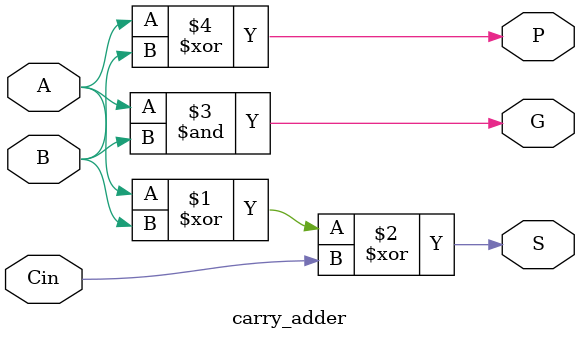
<source format=sv>
module carry_lookahead_adder
(
    input   logic[15:0]     A,
    input   logic[15:0]     B,
    output  logic[15:0]     Sum,
    output  logic           Cout
);

    /* TODO
     *
     * Insert code here to implement a CLA adder.
     * Your code should be completly combinational (don't use always_ff or always_latch).
     * Feel free to create sub-modules or other files. */
    
    logic P0, P1, P2, P3;
    logic G0, G1, G2, G3;
    logic C0, C4, C8, C12;

    assign C0 = 1'b0;
    assign C4 = G0 | (C0&P0);
    assign C8 = (C0&P0&P1) | (G0&P1) | G1;
    assign C12 = (C0&P0&P1&P2) | (G0&P1&P2) | (G1&P2) | G2;
    
    four_bit_cla cla0(.Cin(0), .A(A[3:0]), .B(B[3:0]), .S(Sum[3:0]), .P_g(P0), .G_g(G0));
    four_bit_cla cla1(.Cin(C4), .A(A[7:4]), .B(B[7:4]), .S(Sum[7:4]), .P_g(P1), .G_g(G1));
    four_bit_cla cla2(.Cin(C8), .A(A[11:8]), .B(B[11:8]), .S(Sum[11:8]), .P_g(P2), .G_g(G2));
    four_bit_cla cla3(.Cin(C12), .A(A[15:12]), .B(B[15:12]), .S(Sum[15:12]), .P_g(P3), .G_g(G3));

    assign Cout = (C0&P0&P1&P2&P3) | (G0&P1&P2&P3) | (G1&P2&P3) | (G2&P3) | G3;

     
endmodule


module four_bit_cla (
    input logic Cin,
    input logic [3:0] A,
    input logic [3:0] B,

    output logic [3:0] S,
    output logic P_g,
    output logic G_g
);
    logic C1, C2, C3;
    logic P0, P1, P2, P3;
    logic G0, G1, G2, G3;

    assign C1 = (Cin&P0) | G0;
    assign C2 = (Cin&P0&P1) | (G0&P1) | G1;
    assign C3 = (Cin&P0&P1&P2) | (G0&P1&P2) | (G1&P2) | G2;
    carry_adder ca0(.A(A[0]), .B(B[0]), .Cin(Cin), .S(S[0]), .G(G0), .P(P0));
    carry_adder ca1(.A(A[1]), .B(B[1]), .Cin(C0), .S(S[1]), .G(G1), .P(P1));
    carry_adder ca2(.A(A[2]), .B(B[2]), .Cin(C1), .S(S[2]), .G(G2), .P(P2));
    carry_adder ca3(.A(A[3]), .B(B[3]), .Cin(C2), .S(S[3]), .G(G3), .P(P3));

    assign P_g = P0 & P1 & P2 & P3;
    assign G_g = G3 | (G2&P3) | (G1&P3&P2) | (G0&P3&P2&P1);
    
endmodule


module carry_adder (
    input logic A,
    input logic B,
    input logic Cin,
    output logic S,
    output logic G,
    output logic P
);
    assign S = A^B^Cin;
    assign G = A&B;
    assign P = A^B;
    
endmodule
</source>
